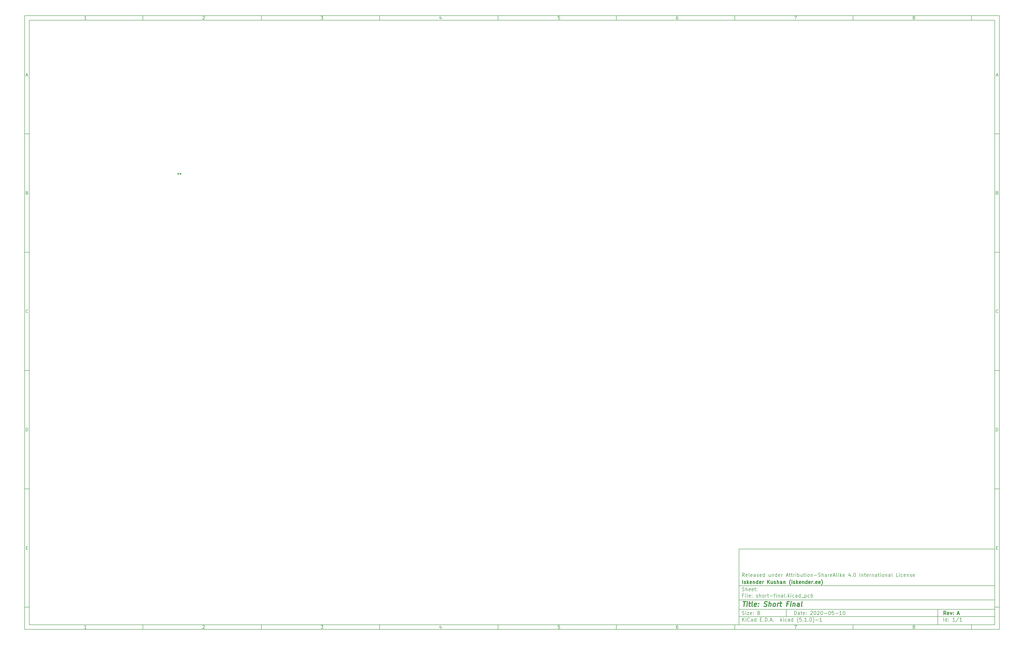
<source format=gbr>
G04 #@! TF.GenerationSoftware,KiCad,Pcbnew,(5.1.0)-1*
G04 #@! TF.CreationDate,2020-05-10T15:52:09-07:00*
G04 #@! TF.ProjectId,short-final,73686f72-742d-4666-996e-616c2e6b6963,A*
G04 #@! TF.SameCoordinates,Original*
G04 #@! TF.FileFunction,Paste,Bot*
G04 #@! TF.FilePolarity,Positive*
%FSLAX46Y46*%
G04 Gerber Fmt 4.6, Leading zero omitted, Abs format (unit mm)*
G04 Created by KiCad (PCBNEW (5.1.0)-1) date 2020-05-10 15:52:09*
%MOMM*%
%LPD*%
G04 APERTURE LIST*
%ADD10C,0.100000*%
%ADD11C,0.150000*%
%ADD12C,0.300000*%
%ADD13C,0.400000*%
%ADD14C,0.590000*%
G04 APERTURE END LIST*
D10*
D11*
X311800000Y-235400000D02*
X311800000Y-267400000D01*
X419800000Y-267400000D01*
X419800000Y-235400000D01*
X311800000Y-235400000D01*
D10*
D11*
X10000000Y-10000000D02*
X10000000Y-269400000D01*
X421800000Y-269400000D01*
X421800000Y-10000000D01*
X10000000Y-10000000D01*
D10*
D11*
X12000000Y-12000000D02*
X12000000Y-267400000D01*
X419800000Y-267400000D01*
X419800000Y-12000000D01*
X12000000Y-12000000D01*
D10*
D11*
X60000000Y-12000000D02*
X60000000Y-10000000D01*
D10*
D11*
X110000000Y-12000000D02*
X110000000Y-10000000D01*
D10*
D11*
X160000000Y-12000000D02*
X160000000Y-10000000D01*
D10*
D11*
X210000000Y-12000000D02*
X210000000Y-10000000D01*
D10*
D11*
X260000000Y-12000000D02*
X260000000Y-10000000D01*
D10*
D11*
X310000000Y-12000000D02*
X310000000Y-10000000D01*
D10*
D11*
X360000000Y-12000000D02*
X360000000Y-10000000D01*
D10*
D11*
X410000000Y-12000000D02*
X410000000Y-10000000D01*
D10*
D11*
X36065476Y-11588095D02*
X35322619Y-11588095D01*
X35694047Y-11588095D02*
X35694047Y-10288095D01*
X35570238Y-10473809D01*
X35446428Y-10597619D01*
X35322619Y-10659523D01*
D10*
D11*
X85322619Y-10411904D02*
X85384523Y-10350000D01*
X85508333Y-10288095D01*
X85817857Y-10288095D01*
X85941666Y-10350000D01*
X86003571Y-10411904D01*
X86065476Y-10535714D01*
X86065476Y-10659523D01*
X86003571Y-10845238D01*
X85260714Y-11588095D01*
X86065476Y-11588095D01*
D10*
D11*
X135260714Y-10288095D02*
X136065476Y-10288095D01*
X135632142Y-10783333D01*
X135817857Y-10783333D01*
X135941666Y-10845238D01*
X136003571Y-10907142D01*
X136065476Y-11030952D01*
X136065476Y-11340476D01*
X136003571Y-11464285D01*
X135941666Y-11526190D01*
X135817857Y-11588095D01*
X135446428Y-11588095D01*
X135322619Y-11526190D01*
X135260714Y-11464285D01*
D10*
D11*
X185941666Y-10721428D02*
X185941666Y-11588095D01*
X185632142Y-10226190D02*
X185322619Y-11154761D01*
X186127380Y-11154761D01*
D10*
D11*
X236003571Y-10288095D02*
X235384523Y-10288095D01*
X235322619Y-10907142D01*
X235384523Y-10845238D01*
X235508333Y-10783333D01*
X235817857Y-10783333D01*
X235941666Y-10845238D01*
X236003571Y-10907142D01*
X236065476Y-11030952D01*
X236065476Y-11340476D01*
X236003571Y-11464285D01*
X235941666Y-11526190D01*
X235817857Y-11588095D01*
X235508333Y-11588095D01*
X235384523Y-11526190D01*
X235322619Y-11464285D01*
D10*
D11*
X285941666Y-10288095D02*
X285694047Y-10288095D01*
X285570238Y-10350000D01*
X285508333Y-10411904D01*
X285384523Y-10597619D01*
X285322619Y-10845238D01*
X285322619Y-11340476D01*
X285384523Y-11464285D01*
X285446428Y-11526190D01*
X285570238Y-11588095D01*
X285817857Y-11588095D01*
X285941666Y-11526190D01*
X286003571Y-11464285D01*
X286065476Y-11340476D01*
X286065476Y-11030952D01*
X286003571Y-10907142D01*
X285941666Y-10845238D01*
X285817857Y-10783333D01*
X285570238Y-10783333D01*
X285446428Y-10845238D01*
X285384523Y-10907142D01*
X285322619Y-11030952D01*
D10*
D11*
X335260714Y-10288095D02*
X336127380Y-10288095D01*
X335570238Y-11588095D01*
D10*
D11*
X385570238Y-10845238D02*
X385446428Y-10783333D01*
X385384523Y-10721428D01*
X385322619Y-10597619D01*
X385322619Y-10535714D01*
X385384523Y-10411904D01*
X385446428Y-10350000D01*
X385570238Y-10288095D01*
X385817857Y-10288095D01*
X385941666Y-10350000D01*
X386003571Y-10411904D01*
X386065476Y-10535714D01*
X386065476Y-10597619D01*
X386003571Y-10721428D01*
X385941666Y-10783333D01*
X385817857Y-10845238D01*
X385570238Y-10845238D01*
X385446428Y-10907142D01*
X385384523Y-10969047D01*
X385322619Y-11092857D01*
X385322619Y-11340476D01*
X385384523Y-11464285D01*
X385446428Y-11526190D01*
X385570238Y-11588095D01*
X385817857Y-11588095D01*
X385941666Y-11526190D01*
X386003571Y-11464285D01*
X386065476Y-11340476D01*
X386065476Y-11092857D01*
X386003571Y-10969047D01*
X385941666Y-10907142D01*
X385817857Y-10845238D01*
D10*
D11*
X60000000Y-267400000D02*
X60000000Y-269400000D01*
D10*
D11*
X110000000Y-267400000D02*
X110000000Y-269400000D01*
D10*
D11*
X160000000Y-267400000D02*
X160000000Y-269400000D01*
D10*
D11*
X210000000Y-267400000D02*
X210000000Y-269400000D01*
D10*
D11*
X260000000Y-267400000D02*
X260000000Y-269400000D01*
D10*
D11*
X310000000Y-267400000D02*
X310000000Y-269400000D01*
D10*
D11*
X360000000Y-267400000D02*
X360000000Y-269400000D01*
D10*
D11*
X410000000Y-267400000D02*
X410000000Y-269400000D01*
D10*
D11*
X36065476Y-268988095D02*
X35322619Y-268988095D01*
X35694047Y-268988095D02*
X35694047Y-267688095D01*
X35570238Y-267873809D01*
X35446428Y-267997619D01*
X35322619Y-268059523D01*
D10*
D11*
X85322619Y-267811904D02*
X85384523Y-267750000D01*
X85508333Y-267688095D01*
X85817857Y-267688095D01*
X85941666Y-267750000D01*
X86003571Y-267811904D01*
X86065476Y-267935714D01*
X86065476Y-268059523D01*
X86003571Y-268245238D01*
X85260714Y-268988095D01*
X86065476Y-268988095D01*
D10*
D11*
X135260714Y-267688095D02*
X136065476Y-267688095D01*
X135632142Y-268183333D01*
X135817857Y-268183333D01*
X135941666Y-268245238D01*
X136003571Y-268307142D01*
X136065476Y-268430952D01*
X136065476Y-268740476D01*
X136003571Y-268864285D01*
X135941666Y-268926190D01*
X135817857Y-268988095D01*
X135446428Y-268988095D01*
X135322619Y-268926190D01*
X135260714Y-268864285D01*
D10*
D11*
X185941666Y-268121428D02*
X185941666Y-268988095D01*
X185632142Y-267626190D02*
X185322619Y-268554761D01*
X186127380Y-268554761D01*
D10*
D11*
X236003571Y-267688095D02*
X235384523Y-267688095D01*
X235322619Y-268307142D01*
X235384523Y-268245238D01*
X235508333Y-268183333D01*
X235817857Y-268183333D01*
X235941666Y-268245238D01*
X236003571Y-268307142D01*
X236065476Y-268430952D01*
X236065476Y-268740476D01*
X236003571Y-268864285D01*
X235941666Y-268926190D01*
X235817857Y-268988095D01*
X235508333Y-268988095D01*
X235384523Y-268926190D01*
X235322619Y-268864285D01*
D10*
D11*
X285941666Y-267688095D02*
X285694047Y-267688095D01*
X285570238Y-267750000D01*
X285508333Y-267811904D01*
X285384523Y-267997619D01*
X285322619Y-268245238D01*
X285322619Y-268740476D01*
X285384523Y-268864285D01*
X285446428Y-268926190D01*
X285570238Y-268988095D01*
X285817857Y-268988095D01*
X285941666Y-268926190D01*
X286003571Y-268864285D01*
X286065476Y-268740476D01*
X286065476Y-268430952D01*
X286003571Y-268307142D01*
X285941666Y-268245238D01*
X285817857Y-268183333D01*
X285570238Y-268183333D01*
X285446428Y-268245238D01*
X285384523Y-268307142D01*
X285322619Y-268430952D01*
D10*
D11*
X335260714Y-267688095D02*
X336127380Y-267688095D01*
X335570238Y-268988095D01*
D10*
D11*
X385570238Y-268245238D02*
X385446428Y-268183333D01*
X385384523Y-268121428D01*
X385322619Y-267997619D01*
X385322619Y-267935714D01*
X385384523Y-267811904D01*
X385446428Y-267750000D01*
X385570238Y-267688095D01*
X385817857Y-267688095D01*
X385941666Y-267750000D01*
X386003571Y-267811904D01*
X386065476Y-267935714D01*
X386065476Y-267997619D01*
X386003571Y-268121428D01*
X385941666Y-268183333D01*
X385817857Y-268245238D01*
X385570238Y-268245238D01*
X385446428Y-268307142D01*
X385384523Y-268369047D01*
X385322619Y-268492857D01*
X385322619Y-268740476D01*
X385384523Y-268864285D01*
X385446428Y-268926190D01*
X385570238Y-268988095D01*
X385817857Y-268988095D01*
X385941666Y-268926190D01*
X386003571Y-268864285D01*
X386065476Y-268740476D01*
X386065476Y-268492857D01*
X386003571Y-268369047D01*
X385941666Y-268307142D01*
X385817857Y-268245238D01*
D10*
D11*
X10000000Y-60000000D02*
X12000000Y-60000000D01*
D10*
D11*
X10000000Y-110000000D02*
X12000000Y-110000000D01*
D10*
D11*
X10000000Y-160000000D02*
X12000000Y-160000000D01*
D10*
D11*
X10000000Y-210000000D02*
X12000000Y-210000000D01*
D10*
D11*
X10000000Y-260000000D02*
X12000000Y-260000000D01*
D10*
D11*
X10690476Y-35216666D02*
X11309523Y-35216666D01*
X10566666Y-35588095D02*
X11000000Y-34288095D01*
X11433333Y-35588095D01*
D10*
D11*
X11092857Y-84907142D02*
X11278571Y-84969047D01*
X11340476Y-85030952D01*
X11402380Y-85154761D01*
X11402380Y-85340476D01*
X11340476Y-85464285D01*
X11278571Y-85526190D01*
X11154761Y-85588095D01*
X10659523Y-85588095D01*
X10659523Y-84288095D01*
X11092857Y-84288095D01*
X11216666Y-84350000D01*
X11278571Y-84411904D01*
X11340476Y-84535714D01*
X11340476Y-84659523D01*
X11278571Y-84783333D01*
X11216666Y-84845238D01*
X11092857Y-84907142D01*
X10659523Y-84907142D01*
D10*
D11*
X11402380Y-135464285D02*
X11340476Y-135526190D01*
X11154761Y-135588095D01*
X11030952Y-135588095D01*
X10845238Y-135526190D01*
X10721428Y-135402380D01*
X10659523Y-135278571D01*
X10597619Y-135030952D01*
X10597619Y-134845238D01*
X10659523Y-134597619D01*
X10721428Y-134473809D01*
X10845238Y-134350000D01*
X11030952Y-134288095D01*
X11154761Y-134288095D01*
X11340476Y-134350000D01*
X11402380Y-134411904D01*
D10*
D11*
X10659523Y-185588095D02*
X10659523Y-184288095D01*
X10969047Y-184288095D01*
X11154761Y-184350000D01*
X11278571Y-184473809D01*
X11340476Y-184597619D01*
X11402380Y-184845238D01*
X11402380Y-185030952D01*
X11340476Y-185278571D01*
X11278571Y-185402380D01*
X11154761Y-185526190D01*
X10969047Y-185588095D01*
X10659523Y-185588095D01*
D10*
D11*
X10721428Y-234907142D02*
X11154761Y-234907142D01*
X11340476Y-235588095D02*
X10721428Y-235588095D01*
X10721428Y-234288095D01*
X11340476Y-234288095D01*
D10*
D11*
X421800000Y-60000000D02*
X419800000Y-60000000D01*
D10*
D11*
X421800000Y-110000000D02*
X419800000Y-110000000D01*
D10*
D11*
X421800000Y-160000000D02*
X419800000Y-160000000D01*
D10*
D11*
X421800000Y-210000000D02*
X419800000Y-210000000D01*
D10*
D11*
X421800000Y-260000000D02*
X419800000Y-260000000D01*
D10*
D11*
X420490476Y-35216666D02*
X421109523Y-35216666D01*
X420366666Y-35588095D02*
X420800000Y-34288095D01*
X421233333Y-35588095D01*
D10*
D11*
X420892857Y-84907142D02*
X421078571Y-84969047D01*
X421140476Y-85030952D01*
X421202380Y-85154761D01*
X421202380Y-85340476D01*
X421140476Y-85464285D01*
X421078571Y-85526190D01*
X420954761Y-85588095D01*
X420459523Y-85588095D01*
X420459523Y-84288095D01*
X420892857Y-84288095D01*
X421016666Y-84350000D01*
X421078571Y-84411904D01*
X421140476Y-84535714D01*
X421140476Y-84659523D01*
X421078571Y-84783333D01*
X421016666Y-84845238D01*
X420892857Y-84907142D01*
X420459523Y-84907142D01*
D10*
D11*
X421202380Y-135464285D02*
X421140476Y-135526190D01*
X420954761Y-135588095D01*
X420830952Y-135588095D01*
X420645238Y-135526190D01*
X420521428Y-135402380D01*
X420459523Y-135278571D01*
X420397619Y-135030952D01*
X420397619Y-134845238D01*
X420459523Y-134597619D01*
X420521428Y-134473809D01*
X420645238Y-134350000D01*
X420830952Y-134288095D01*
X420954761Y-134288095D01*
X421140476Y-134350000D01*
X421202380Y-134411904D01*
D10*
D11*
X420459523Y-185588095D02*
X420459523Y-184288095D01*
X420769047Y-184288095D01*
X420954761Y-184350000D01*
X421078571Y-184473809D01*
X421140476Y-184597619D01*
X421202380Y-184845238D01*
X421202380Y-185030952D01*
X421140476Y-185278571D01*
X421078571Y-185402380D01*
X420954761Y-185526190D01*
X420769047Y-185588095D01*
X420459523Y-185588095D01*
D10*
D11*
X420521428Y-234907142D02*
X420954761Y-234907142D01*
X421140476Y-235588095D02*
X420521428Y-235588095D01*
X420521428Y-234288095D01*
X421140476Y-234288095D01*
D10*
D11*
X335232142Y-263178571D02*
X335232142Y-261678571D01*
X335589285Y-261678571D01*
X335803571Y-261750000D01*
X335946428Y-261892857D01*
X336017857Y-262035714D01*
X336089285Y-262321428D01*
X336089285Y-262535714D01*
X336017857Y-262821428D01*
X335946428Y-262964285D01*
X335803571Y-263107142D01*
X335589285Y-263178571D01*
X335232142Y-263178571D01*
X337375000Y-263178571D02*
X337375000Y-262392857D01*
X337303571Y-262250000D01*
X337160714Y-262178571D01*
X336875000Y-262178571D01*
X336732142Y-262250000D01*
X337375000Y-263107142D02*
X337232142Y-263178571D01*
X336875000Y-263178571D01*
X336732142Y-263107142D01*
X336660714Y-262964285D01*
X336660714Y-262821428D01*
X336732142Y-262678571D01*
X336875000Y-262607142D01*
X337232142Y-262607142D01*
X337375000Y-262535714D01*
X337875000Y-262178571D02*
X338446428Y-262178571D01*
X338089285Y-261678571D02*
X338089285Y-262964285D01*
X338160714Y-263107142D01*
X338303571Y-263178571D01*
X338446428Y-263178571D01*
X339517857Y-263107142D02*
X339375000Y-263178571D01*
X339089285Y-263178571D01*
X338946428Y-263107142D01*
X338875000Y-262964285D01*
X338875000Y-262392857D01*
X338946428Y-262250000D01*
X339089285Y-262178571D01*
X339375000Y-262178571D01*
X339517857Y-262250000D01*
X339589285Y-262392857D01*
X339589285Y-262535714D01*
X338875000Y-262678571D01*
X340232142Y-263035714D02*
X340303571Y-263107142D01*
X340232142Y-263178571D01*
X340160714Y-263107142D01*
X340232142Y-263035714D01*
X340232142Y-263178571D01*
X340232142Y-262250000D02*
X340303571Y-262321428D01*
X340232142Y-262392857D01*
X340160714Y-262321428D01*
X340232142Y-262250000D01*
X340232142Y-262392857D01*
X342017857Y-261821428D02*
X342089285Y-261750000D01*
X342232142Y-261678571D01*
X342589285Y-261678571D01*
X342732142Y-261750000D01*
X342803571Y-261821428D01*
X342875000Y-261964285D01*
X342875000Y-262107142D01*
X342803571Y-262321428D01*
X341946428Y-263178571D01*
X342875000Y-263178571D01*
X343803571Y-261678571D02*
X343946428Y-261678571D01*
X344089285Y-261750000D01*
X344160714Y-261821428D01*
X344232142Y-261964285D01*
X344303571Y-262250000D01*
X344303571Y-262607142D01*
X344232142Y-262892857D01*
X344160714Y-263035714D01*
X344089285Y-263107142D01*
X343946428Y-263178571D01*
X343803571Y-263178571D01*
X343660714Y-263107142D01*
X343589285Y-263035714D01*
X343517857Y-262892857D01*
X343446428Y-262607142D01*
X343446428Y-262250000D01*
X343517857Y-261964285D01*
X343589285Y-261821428D01*
X343660714Y-261750000D01*
X343803571Y-261678571D01*
X344875000Y-261821428D02*
X344946428Y-261750000D01*
X345089285Y-261678571D01*
X345446428Y-261678571D01*
X345589285Y-261750000D01*
X345660714Y-261821428D01*
X345732142Y-261964285D01*
X345732142Y-262107142D01*
X345660714Y-262321428D01*
X344803571Y-263178571D01*
X345732142Y-263178571D01*
X346660714Y-261678571D02*
X346803571Y-261678571D01*
X346946428Y-261750000D01*
X347017857Y-261821428D01*
X347089285Y-261964285D01*
X347160714Y-262250000D01*
X347160714Y-262607142D01*
X347089285Y-262892857D01*
X347017857Y-263035714D01*
X346946428Y-263107142D01*
X346803571Y-263178571D01*
X346660714Y-263178571D01*
X346517857Y-263107142D01*
X346446428Y-263035714D01*
X346375000Y-262892857D01*
X346303571Y-262607142D01*
X346303571Y-262250000D01*
X346375000Y-261964285D01*
X346446428Y-261821428D01*
X346517857Y-261750000D01*
X346660714Y-261678571D01*
X347803571Y-262607142D02*
X348946428Y-262607142D01*
X349946428Y-261678571D02*
X350089285Y-261678571D01*
X350232142Y-261750000D01*
X350303571Y-261821428D01*
X350375000Y-261964285D01*
X350446428Y-262250000D01*
X350446428Y-262607142D01*
X350375000Y-262892857D01*
X350303571Y-263035714D01*
X350232142Y-263107142D01*
X350089285Y-263178571D01*
X349946428Y-263178571D01*
X349803571Y-263107142D01*
X349732142Y-263035714D01*
X349660714Y-262892857D01*
X349589285Y-262607142D01*
X349589285Y-262250000D01*
X349660714Y-261964285D01*
X349732142Y-261821428D01*
X349803571Y-261750000D01*
X349946428Y-261678571D01*
X351803571Y-261678571D02*
X351089285Y-261678571D01*
X351017857Y-262392857D01*
X351089285Y-262321428D01*
X351232142Y-262250000D01*
X351589285Y-262250000D01*
X351732142Y-262321428D01*
X351803571Y-262392857D01*
X351875000Y-262535714D01*
X351875000Y-262892857D01*
X351803571Y-263035714D01*
X351732142Y-263107142D01*
X351589285Y-263178571D01*
X351232142Y-263178571D01*
X351089285Y-263107142D01*
X351017857Y-263035714D01*
X352517857Y-262607142D02*
X353660714Y-262607142D01*
X355160714Y-263178571D02*
X354303571Y-263178571D01*
X354732142Y-263178571D02*
X354732142Y-261678571D01*
X354589285Y-261892857D01*
X354446428Y-262035714D01*
X354303571Y-262107142D01*
X356089285Y-261678571D02*
X356232142Y-261678571D01*
X356375000Y-261750000D01*
X356446428Y-261821428D01*
X356517857Y-261964285D01*
X356589285Y-262250000D01*
X356589285Y-262607142D01*
X356517857Y-262892857D01*
X356446428Y-263035714D01*
X356375000Y-263107142D01*
X356232142Y-263178571D01*
X356089285Y-263178571D01*
X355946428Y-263107142D01*
X355875000Y-263035714D01*
X355803571Y-262892857D01*
X355732142Y-262607142D01*
X355732142Y-262250000D01*
X355803571Y-261964285D01*
X355875000Y-261821428D01*
X355946428Y-261750000D01*
X356089285Y-261678571D01*
D10*
D11*
X311800000Y-263900000D02*
X419800000Y-263900000D01*
D10*
D11*
X313232142Y-265978571D02*
X313232142Y-264478571D01*
X314089285Y-265978571D02*
X313446428Y-265121428D01*
X314089285Y-264478571D02*
X313232142Y-265335714D01*
X314732142Y-265978571D02*
X314732142Y-264978571D01*
X314732142Y-264478571D02*
X314660714Y-264550000D01*
X314732142Y-264621428D01*
X314803571Y-264550000D01*
X314732142Y-264478571D01*
X314732142Y-264621428D01*
X316303571Y-265835714D02*
X316232142Y-265907142D01*
X316017857Y-265978571D01*
X315875000Y-265978571D01*
X315660714Y-265907142D01*
X315517857Y-265764285D01*
X315446428Y-265621428D01*
X315375000Y-265335714D01*
X315375000Y-265121428D01*
X315446428Y-264835714D01*
X315517857Y-264692857D01*
X315660714Y-264550000D01*
X315875000Y-264478571D01*
X316017857Y-264478571D01*
X316232142Y-264550000D01*
X316303571Y-264621428D01*
X317589285Y-265978571D02*
X317589285Y-265192857D01*
X317517857Y-265050000D01*
X317375000Y-264978571D01*
X317089285Y-264978571D01*
X316946428Y-265050000D01*
X317589285Y-265907142D02*
X317446428Y-265978571D01*
X317089285Y-265978571D01*
X316946428Y-265907142D01*
X316875000Y-265764285D01*
X316875000Y-265621428D01*
X316946428Y-265478571D01*
X317089285Y-265407142D01*
X317446428Y-265407142D01*
X317589285Y-265335714D01*
X318946428Y-265978571D02*
X318946428Y-264478571D01*
X318946428Y-265907142D02*
X318803571Y-265978571D01*
X318517857Y-265978571D01*
X318375000Y-265907142D01*
X318303571Y-265835714D01*
X318232142Y-265692857D01*
X318232142Y-265264285D01*
X318303571Y-265121428D01*
X318375000Y-265050000D01*
X318517857Y-264978571D01*
X318803571Y-264978571D01*
X318946428Y-265050000D01*
X320803571Y-265192857D02*
X321303571Y-265192857D01*
X321517857Y-265978571D02*
X320803571Y-265978571D01*
X320803571Y-264478571D01*
X321517857Y-264478571D01*
X322160714Y-265835714D02*
X322232142Y-265907142D01*
X322160714Y-265978571D01*
X322089285Y-265907142D01*
X322160714Y-265835714D01*
X322160714Y-265978571D01*
X322875000Y-265978571D02*
X322875000Y-264478571D01*
X323232142Y-264478571D01*
X323446428Y-264550000D01*
X323589285Y-264692857D01*
X323660714Y-264835714D01*
X323732142Y-265121428D01*
X323732142Y-265335714D01*
X323660714Y-265621428D01*
X323589285Y-265764285D01*
X323446428Y-265907142D01*
X323232142Y-265978571D01*
X322875000Y-265978571D01*
X324375000Y-265835714D02*
X324446428Y-265907142D01*
X324375000Y-265978571D01*
X324303571Y-265907142D01*
X324375000Y-265835714D01*
X324375000Y-265978571D01*
X325017857Y-265550000D02*
X325732142Y-265550000D01*
X324875000Y-265978571D02*
X325375000Y-264478571D01*
X325875000Y-265978571D01*
X326375000Y-265835714D02*
X326446428Y-265907142D01*
X326375000Y-265978571D01*
X326303571Y-265907142D01*
X326375000Y-265835714D01*
X326375000Y-265978571D01*
X329375000Y-265978571D02*
X329375000Y-264478571D01*
X329517857Y-265407142D02*
X329946428Y-265978571D01*
X329946428Y-264978571D02*
X329375000Y-265550000D01*
X330589285Y-265978571D02*
X330589285Y-264978571D01*
X330589285Y-264478571D02*
X330517857Y-264550000D01*
X330589285Y-264621428D01*
X330660714Y-264550000D01*
X330589285Y-264478571D01*
X330589285Y-264621428D01*
X331946428Y-265907142D02*
X331803571Y-265978571D01*
X331517857Y-265978571D01*
X331375000Y-265907142D01*
X331303571Y-265835714D01*
X331232142Y-265692857D01*
X331232142Y-265264285D01*
X331303571Y-265121428D01*
X331375000Y-265050000D01*
X331517857Y-264978571D01*
X331803571Y-264978571D01*
X331946428Y-265050000D01*
X333232142Y-265978571D02*
X333232142Y-265192857D01*
X333160714Y-265050000D01*
X333017857Y-264978571D01*
X332732142Y-264978571D01*
X332589285Y-265050000D01*
X333232142Y-265907142D02*
X333089285Y-265978571D01*
X332732142Y-265978571D01*
X332589285Y-265907142D01*
X332517857Y-265764285D01*
X332517857Y-265621428D01*
X332589285Y-265478571D01*
X332732142Y-265407142D01*
X333089285Y-265407142D01*
X333232142Y-265335714D01*
X334589285Y-265978571D02*
X334589285Y-264478571D01*
X334589285Y-265907142D02*
X334446428Y-265978571D01*
X334160714Y-265978571D01*
X334017857Y-265907142D01*
X333946428Y-265835714D01*
X333875000Y-265692857D01*
X333875000Y-265264285D01*
X333946428Y-265121428D01*
X334017857Y-265050000D01*
X334160714Y-264978571D01*
X334446428Y-264978571D01*
X334589285Y-265050000D01*
X336875000Y-266550000D02*
X336803571Y-266478571D01*
X336660714Y-266264285D01*
X336589285Y-266121428D01*
X336517857Y-265907142D01*
X336446428Y-265550000D01*
X336446428Y-265264285D01*
X336517857Y-264907142D01*
X336589285Y-264692857D01*
X336660714Y-264550000D01*
X336803571Y-264335714D01*
X336875000Y-264264285D01*
X338160714Y-264478571D02*
X337446428Y-264478571D01*
X337375000Y-265192857D01*
X337446428Y-265121428D01*
X337589285Y-265050000D01*
X337946428Y-265050000D01*
X338089285Y-265121428D01*
X338160714Y-265192857D01*
X338232142Y-265335714D01*
X338232142Y-265692857D01*
X338160714Y-265835714D01*
X338089285Y-265907142D01*
X337946428Y-265978571D01*
X337589285Y-265978571D01*
X337446428Y-265907142D01*
X337375000Y-265835714D01*
X338875000Y-265835714D02*
X338946428Y-265907142D01*
X338875000Y-265978571D01*
X338803571Y-265907142D01*
X338875000Y-265835714D01*
X338875000Y-265978571D01*
X340375000Y-265978571D02*
X339517857Y-265978571D01*
X339946428Y-265978571D02*
X339946428Y-264478571D01*
X339803571Y-264692857D01*
X339660714Y-264835714D01*
X339517857Y-264907142D01*
X341017857Y-265835714D02*
X341089285Y-265907142D01*
X341017857Y-265978571D01*
X340946428Y-265907142D01*
X341017857Y-265835714D01*
X341017857Y-265978571D01*
X342017857Y-264478571D02*
X342160714Y-264478571D01*
X342303571Y-264550000D01*
X342375000Y-264621428D01*
X342446428Y-264764285D01*
X342517857Y-265050000D01*
X342517857Y-265407142D01*
X342446428Y-265692857D01*
X342375000Y-265835714D01*
X342303571Y-265907142D01*
X342160714Y-265978571D01*
X342017857Y-265978571D01*
X341875000Y-265907142D01*
X341803571Y-265835714D01*
X341732142Y-265692857D01*
X341660714Y-265407142D01*
X341660714Y-265050000D01*
X341732142Y-264764285D01*
X341803571Y-264621428D01*
X341875000Y-264550000D01*
X342017857Y-264478571D01*
X343017857Y-266550000D02*
X343089285Y-266478571D01*
X343232142Y-266264285D01*
X343303571Y-266121428D01*
X343375000Y-265907142D01*
X343446428Y-265550000D01*
X343446428Y-265264285D01*
X343375000Y-264907142D01*
X343303571Y-264692857D01*
X343232142Y-264550000D01*
X343089285Y-264335714D01*
X343017857Y-264264285D01*
X344160714Y-265407142D02*
X345303571Y-265407142D01*
X346803571Y-265978571D02*
X345946428Y-265978571D01*
X346375000Y-265978571D02*
X346375000Y-264478571D01*
X346232142Y-264692857D01*
X346089285Y-264835714D01*
X345946428Y-264907142D01*
D10*
D11*
X311800000Y-260900000D02*
X419800000Y-260900000D01*
D10*
D12*
X399209285Y-263178571D02*
X398709285Y-262464285D01*
X398352142Y-263178571D02*
X398352142Y-261678571D01*
X398923571Y-261678571D01*
X399066428Y-261750000D01*
X399137857Y-261821428D01*
X399209285Y-261964285D01*
X399209285Y-262178571D01*
X399137857Y-262321428D01*
X399066428Y-262392857D01*
X398923571Y-262464285D01*
X398352142Y-262464285D01*
X400423571Y-263107142D02*
X400280714Y-263178571D01*
X399995000Y-263178571D01*
X399852142Y-263107142D01*
X399780714Y-262964285D01*
X399780714Y-262392857D01*
X399852142Y-262250000D01*
X399995000Y-262178571D01*
X400280714Y-262178571D01*
X400423571Y-262250000D01*
X400495000Y-262392857D01*
X400495000Y-262535714D01*
X399780714Y-262678571D01*
X400995000Y-262178571D02*
X401352142Y-263178571D01*
X401709285Y-262178571D01*
X402280714Y-263035714D02*
X402352142Y-263107142D01*
X402280714Y-263178571D01*
X402209285Y-263107142D01*
X402280714Y-263035714D01*
X402280714Y-263178571D01*
X402280714Y-262250000D02*
X402352142Y-262321428D01*
X402280714Y-262392857D01*
X402209285Y-262321428D01*
X402280714Y-262250000D01*
X402280714Y-262392857D01*
X404066428Y-262750000D02*
X404780714Y-262750000D01*
X403923571Y-263178571D02*
X404423571Y-261678571D01*
X404923571Y-263178571D01*
D10*
D11*
X313160714Y-263107142D02*
X313375000Y-263178571D01*
X313732142Y-263178571D01*
X313875000Y-263107142D01*
X313946428Y-263035714D01*
X314017857Y-262892857D01*
X314017857Y-262750000D01*
X313946428Y-262607142D01*
X313875000Y-262535714D01*
X313732142Y-262464285D01*
X313446428Y-262392857D01*
X313303571Y-262321428D01*
X313232142Y-262250000D01*
X313160714Y-262107142D01*
X313160714Y-261964285D01*
X313232142Y-261821428D01*
X313303571Y-261750000D01*
X313446428Y-261678571D01*
X313803571Y-261678571D01*
X314017857Y-261750000D01*
X314660714Y-263178571D02*
X314660714Y-262178571D01*
X314660714Y-261678571D02*
X314589285Y-261750000D01*
X314660714Y-261821428D01*
X314732142Y-261750000D01*
X314660714Y-261678571D01*
X314660714Y-261821428D01*
X315232142Y-262178571D02*
X316017857Y-262178571D01*
X315232142Y-263178571D01*
X316017857Y-263178571D01*
X317160714Y-263107142D02*
X317017857Y-263178571D01*
X316732142Y-263178571D01*
X316589285Y-263107142D01*
X316517857Y-262964285D01*
X316517857Y-262392857D01*
X316589285Y-262250000D01*
X316732142Y-262178571D01*
X317017857Y-262178571D01*
X317160714Y-262250000D01*
X317232142Y-262392857D01*
X317232142Y-262535714D01*
X316517857Y-262678571D01*
X317875000Y-263035714D02*
X317946428Y-263107142D01*
X317875000Y-263178571D01*
X317803571Y-263107142D01*
X317875000Y-263035714D01*
X317875000Y-263178571D01*
X317875000Y-262250000D02*
X317946428Y-262321428D01*
X317875000Y-262392857D01*
X317803571Y-262321428D01*
X317875000Y-262250000D01*
X317875000Y-262392857D01*
X320232142Y-262392857D02*
X320446428Y-262464285D01*
X320517857Y-262535714D01*
X320589285Y-262678571D01*
X320589285Y-262892857D01*
X320517857Y-263035714D01*
X320446428Y-263107142D01*
X320303571Y-263178571D01*
X319732142Y-263178571D01*
X319732142Y-261678571D01*
X320232142Y-261678571D01*
X320375000Y-261750000D01*
X320446428Y-261821428D01*
X320517857Y-261964285D01*
X320517857Y-262107142D01*
X320446428Y-262250000D01*
X320375000Y-262321428D01*
X320232142Y-262392857D01*
X319732142Y-262392857D01*
D10*
D11*
X398232142Y-265978571D02*
X398232142Y-264478571D01*
X399589285Y-265978571D02*
X399589285Y-264478571D01*
X399589285Y-265907142D02*
X399446428Y-265978571D01*
X399160714Y-265978571D01*
X399017857Y-265907142D01*
X398946428Y-265835714D01*
X398875000Y-265692857D01*
X398875000Y-265264285D01*
X398946428Y-265121428D01*
X399017857Y-265050000D01*
X399160714Y-264978571D01*
X399446428Y-264978571D01*
X399589285Y-265050000D01*
X400303571Y-265835714D02*
X400375000Y-265907142D01*
X400303571Y-265978571D01*
X400232142Y-265907142D01*
X400303571Y-265835714D01*
X400303571Y-265978571D01*
X400303571Y-265050000D02*
X400375000Y-265121428D01*
X400303571Y-265192857D01*
X400232142Y-265121428D01*
X400303571Y-265050000D01*
X400303571Y-265192857D01*
X402946428Y-265978571D02*
X402089285Y-265978571D01*
X402517857Y-265978571D02*
X402517857Y-264478571D01*
X402375000Y-264692857D01*
X402232142Y-264835714D01*
X402089285Y-264907142D01*
X404660714Y-264407142D02*
X403375000Y-266335714D01*
X405946428Y-265978571D02*
X405089285Y-265978571D01*
X405517857Y-265978571D02*
X405517857Y-264478571D01*
X405375000Y-264692857D01*
X405232142Y-264835714D01*
X405089285Y-264907142D01*
D10*
D11*
X311800000Y-256900000D02*
X419800000Y-256900000D01*
D10*
D13*
X313512380Y-257604761D02*
X314655238Y-257604761D01*
X313833809Y-259604761D02*
X314083809Y-257604761D01*
X315071904Y-259604761D02*
X315238571Y-258271428D01*
X315321904Y-257604761D02*
X315214761Y-257700000D01*
X315298095Y-257795238D01*
X315405238Y-257700000D01*
X315321904Y-257604761D01*
X315298095Y-257795238D01*
X315905238Y-258271428D02*
X316667142Y-258271428D01*
X316274285Y-257604761D02*
X316060000Y-259319047D01*
X316131428Y-259509523D01*
X316310000Y-259604761D01*
X316500476Y-259604761D01*
X317452857Y-259604761D02*
X317274285Y-259509523D01*
X317202857Y-259319047D01*
X317417142Y-257604761D01*
X318988571Y-259509523D02*
X318786190Y-259604761D01*
X318405238Y-259604761D01*
X318226666Y-259509523D01*
X318155238Y-259319047D01*
X318250476Y-258557142D01*
X318369523Y-258366666D01*
X318571904Y-258271428D01*
X318952857Y-258271428D01*
X319131428Y-258366666D01*
X319202857Y-258557142D01*
X319179047Y-258747619D01*
X318202857Y-258938095D01*
X319952857Y-259414285D02*
X320036190Y-259509523D01*
X319929047Y-259604761D01*
X319845714Y-259509523D01*
X319952857Y-259414285D01*
X319929047Y-259604761D01*
X320083809Y-258366666D02*
X320167142Y-258461904D01*
X320060000Y-258557142D01*
X319976666Y-258461904D01*
X320083809Y-258366666D01*
X320060000Y-258557142D01*
X322321904Y-259509523D02*
X322595714Y-259604761D01*
X323071904Y-259604761D01*
X323274285Y-259509523D01*
X323381428Y-259414285D01*
X323500476Y-259223809D01*
X323524285Y-259033333D01*
X323452857Y-258842857D01*
X323369523Y-258747619D01*
X323190952Y-258652380D01*
X322821904Y-258557142D01*
X322643333Y-258461904D01*
X322560000Y-258366666D01*
X322488571Y-258176190D01*
X322512380Y-257985714D01*
X322631428Y-257795238D01*
X322738571Y-257700000D01*
X322940952Y-257604761D01*
X323417142Y-257604761D01*
X323690952Y-257700000D01*
X324310000Y-259604761D02*
X324560000Y-257604761D01*
X325167142Y-259604761D02*
X325298095Y-258557142D01*
X325226666Y-258366666D01*
X325048095Y-258271428D01*
X324762380Y-258271428D01*
X324560000Y-258366666D01*
X324452857Y-258461904D01*
X326405238Y-259604761D02*
X326226666Y-259509523D01*
X326143333Y-259414285D01*
X326071904Y-259223809D01*
X326143333Y-258652380D01*
X326262380Y-258461904D01*
X326369523Y-258366666D01*
X326571904Y-258271428D01*
X326857619Y-258271428D01*
X327036190Y-258366666D01*
X327119523Y-258461904D01*
X327190952Y-258652380D01*
X327119523Y-259223809D01*
X327000476Y-259414285D01*
X326893333Y-259509523D01*
X326690952Y-259604761D01*
X326405238Y-259604761D01*
X327929047Y-259604761D02*
X328095714Y-258271428D01*
X328048095Y-258652380D02*
X328167142Y-258461904D01*
X328274285Y-258366666D01*
X328476666Y-258271428D01*
X328667142Y-258271428D01*
X329048095Y-258271428D02*
X329810000Y-258271428D01*
X329417142Y-257604761D02*
X329202857Y-259319047D01*
X329274285Y-259509523D01*
X329452857Y-259604761D01*
X329643333Y-259604761D01*
X332631428Y-258557142D02*
X331964761Y-258557142D01*
X331833809Y-259604761D02*
X332083809Y-257604761D01*
X333036190Y-257604761D01*
X333548095Y-259604761D02*
X333714761Y-258271428D01*
X333798095Y-257604761D02*
X333690952Y-257700000D01*
X333774285Y-257795238D01*
X333881428Y-257700000D01*
X333798095Y-257604761D01*
X333774285Y-257795238D01*
X334667142Y-258271428D02*
X334500476Y-259604761D01*
X334643333Y-258461904D02*
X334750476Y-258366666D01*
X334952857Y-258271428D01*
X335238571Y-258271428D01*
X335417142Y-258366666D01*
X335488571Y-258557142D01*
X335357619Y-259604761D01*
X337167142Y-259604761D02*
X337298095Y-258557142D01*
X337226666Y-258366666D01*
X337048095Y-258271428D01*
X336667142Y-258271428D01*
X336464761Y-258366666D01*
X337179047Y-259509523D02*
X336976666Y-259604761D01*
X336500476Y-259604761D01*
X336321904Y-259509523D01*
X336250476Y-259319047D01*
X336274285Y-259128571D01*
X336393333Y-258938095D01*
X336595714Y-258842857D01*
X337071904Y-258842857D01*
X337274285Y-258747619D01*
X338405238Y-259604761D02*
X338226666Y-259509523D01*
X338155238Y-259319047D01*
X338369523Y-257604761D01*
D10*
D11*
X313732142Y-254992857D02*
X313232142Y-254992857D01*
X313232142Y-255778571D02*
X313232142Y-254278571D01*
X313946428Y-254278571D01*
X314517857Y-255778571D02*
X314517857Y-254778571D01*
X314517857Y-254278571D02*
X314446428Y-254350000D01*
X314517857Y-254421428D01*
X314589285Y-254350000D01*
X314517857Y-254278571D01*
X314517857Y-254421428D01*
X315446428Y-255778571D02*
X315303571Y-255707142D01*
X315232142Y-255564285D01*
X315232142Y-254278571D01*
X316589285Y-255707142D02*
X316446428Y-255778571D01*
X316160714Y-255778571D01*
X316017857Y-255707142D01*
X315946428Y-255564285D01*
X315946428Y-254992857D01*
X316017857Y-254850000D01*
X316160714Y-254778571D01*
X316446428Y-254778571D01*
X316589285Y-254850000D01*
X316660714Y-254992857D01*
X316660714Y-255135714D01*
X315946428Y-255278571D01*
X317303571Y-255635714D02*
X317375000Y-255707142D01*
X317303571Y-255778571D01*
X317232142Y-255707142D01*
X317303571Y-255635714D01*
X317303571Y-255778571D01*
X317303571Y-254850000D02*
X317375000Y-254921428D01*
X317303571Y-254992857D01*
X317232142Y-254921428D01*
X317303571Y-254850000D01*
X317303571Y-254992857D01*
X319089285Y-255707142D02*
X319232142Y-255778571D01*
X319517857Y-255778571D01*
X319660714Y-255707142D01*
X319732142Y-255564285D01*
X319732142Y-255492857D01*
X319660714Y-255350000D01*
X319517857Y-255278571D01*
X319303571Y-255278571D01*
X319160714Y-255207142D01*
X319089285Y-255064285D01*
X319089285Y-254992857D01*
X319160714Y-254850000D01*
X319303571Y-254778571D01*
X319517857Y-254778571D01*
X319660714Y-254850000D01*
X320375000Y-255778571D02*
X320375000Y-254278571D01*
X321017857Y-255778571D02*
X321017857Y-254992857D01*
X320946428Y-254850000D01*
X320803571Y-254778571D01*
X320589285Y-254778571D01*
X320446428Y-254850000D01*
X320375000Y-254921428D01*
X321946428Y-255778571D02*
X321803571Y-255707142D01*
X321732142Y-255635714D01*
X321660714Y-255492857D01*
X321660714Y-255064285D01*
X321732142Y-254921428D01*
X321803571Y-254850000D01*
X321946428Y-254778571D01*
X322160714Y-254778571D01*
X322303571Y-254850000D01*
X322375000Y-254921428D01*
X322446428Y-255064285D01*
X322446428Y-255492857D01*
X322375000Y-255635714D01*
X322303571Y-255707142D01*
X322160714Y-255778571D01*
X321946428Y-255778571D01*
X323089285Y-255778571D02*
X323089285Y-254778571D01*
X323089285Y-255064285D02*
X323160714Y-254921428D01*
X323232142Y-254850000D01*
X323375000Y-254778571D01*
X323517857Y-254778571D01*
X323803571Y-254778571D02*
X324375000Y-254778571D01*
X324017857Y-254278571D02*
X324017857Y-255564285D01*
X324089285Y-255707142D01*
X324232142Y-255778571D01*
X324375000Y-255778571D01*
X324875000Y-255207142D02*
X326017857Y-255207142D01*
X326517857Y-254778571D02*
X327089285Y-254778571D01*
X326732142Y-255778571D02*
X326732142Y-254492857D01*
X326803571Y-254350000D01*
X326946428Y-254278571D01*
X327089285Y-254278571D01*
X327589285Y-255778571D02*
X327589285Y-254778571D01*
X327589285Y-254278571D02*
X327517857Y-254350000D01*
X327589285Y-254421428D01*
X327660714Y-254350000D01*
X327589285Y-254278571D01*
X327589285Y-254421428D01*
X328303571Y-254778571D02*
X328303571Y-255778571D01*
X328303571Y-254921428D02*
X328375000Y-254850000D01*
X328517857Y-254778571D01*
X328732142Y-254778571D01*
X328875000Y-254850000D01*
X328946428Y-254992857D01*
X328946428Y-255778571D01*
X330303571Y-255778571D02*
X330303571Y-254992857D01*
X330232142Y-254850000D01*
X330089285Y-254778571D01*
X329803571Y-254778571D01*
X329660714Y-254850000D01*
X330303571Y-255707142D02*
X330160714Y-255778571D01*
X329803571Y-255778571D01*
X329660714Y-255707142D01*
X329589285Y-255564285D01*
X329589285Y-255421428D01*
X329660714Y-255278571D01*
X329803571Y-255207142D01*
X330160714Y-255207142D01*
X330303571Y-255135714D01*
X331232142Y-255778571D02*
X331089285Y-255707142D01*
X331017857Y-255564285D01*
X331017857Y-254278571D01*
X331803571Y-255635714D02*
X331875000Y-255707142D01*
X331803571Y-255778571D01*
X331732142Y-255707142D01*
X331803571Y-255635714D01*
X331803571Y-255778571D01*
X332517857Y-255778571D02*
X332517857Y-254278571D01*
X332660714Y-255207142D02*
X333089285Y-255778571D01*
X333089285Y-254778571D02*
X332517857Y-255350000D01*
X333732142Y-255778571D02*
X333732142Y-254778571D01*
X333732142Y-254278571D02*
X333660714Y-254350000D01*
X333732142Y-254421428D01*
X333803571Y-254350000D01*
X333732142Y-254278571D01*
X333732142Y-254421428D01*
X335089285Y-255707142D02*
X334946428Y-255778571D01*
X334660714Y-255778571D01*
X334517857Y-255707142D01*
X334446428Y-255635714D01*
X334375000Y-255492857D01*
X334375000Y-255064285D01*
X334446428Y-254921428D01*
X334517857Y-254850000D01*
X334660714Y-254778571D01*
X334946428Y-254778571D01*
X335089285Y-254850000D01*
X336375000Y-255778571D02*
X336375000Y-254992857D01*
X336303571Y-254850000D01*
X336160714Y-254778571D01*
X335875000Y-254778571D01*
X335732142Y-254850000D01*
X336375000Y-255707142D02*
X336232142Y-255778571D01*
X335875000Y-255778571D01*
X335732142Y-255707142D01*
X335660714Y-255564285D01*
X335660714Y-255421428D01*
X335732142Y-255278571D01*
X335875000Y-255207142D01*
X336232142Y-255207142D01*
X336375000Y-255135714D01*
X337732142Y-255778571D02*
X337732142Y-254278571D01*
X337732142Y-255707142D02*
X337589285Y-255778571D01*
X337303571Y-255778571D01*
X337160714Y-255707142D01*
X337089285Y-255635714D01*
X337017857Y-255492857D01*
X337017857Y-255064285D01*
X337089285Y-254921428D01*
X337160714Y-254850000D01*
X337303571Y-254778571D01*
X337589285Y-254778571D01*
X337732142Y-254850000D01*
X338089285Y-255921428D02*
X339232142Y-255921428D01*
X339589285Y-254778571D02*
X339589285Y-256278571D01*
X339589285Y-254850000D02*
X339732142Y-254778571D01*
X340017857Y-254778571D01*
X340160714Y-254850000D01*
X340232142Y-254921428D01*
X340303571Y-255064285D01*
X340303571Y-255492857D01*
X340232142Y-255635714D01*
X340160714Y-255707142D01*
X340017857Y-255778571D01*
X339732142Y-255778571D01*
X339589285Y-255707142D01*
X341589285Y-255707142D02*
X341446428Y-255778571D01*
X341160714Y-255778571D01*
X341017857Y-255707142D01*
X340946428Y-255635714D01*
X340875000Y-255492857D01*
X340875000Y-255064285D01*
X340946428Y-254921428D01*
X341017857Y-254850000D01*
X341160714Y-254778571D01*
X341446428Y-254778571D01*
X341589285Y-254850000D01*
X342232142Y-255778571D02*
X342232142Y-254278571D01*
X342232142Y-254850000D02*
X342375000Y-254778571D01*
X342660714Y-254778571D01*
X342803571Y-254850000D01*
X342875000Y-254921428D01*
X342946428Y-255064285D01*
X342946428Y-255492857D01*
X342875000Y-255635714D01*
X342803571Y-255707142D01*
X342660714Y-255778571D01*
X342375000Y-255778571D01*
X342232142Y-255707142D01*
D10*
D11*
X311800000Y-250900000D02*
X419800000Y-250900000D01*
D10*
D11*
X313160714Y-253007142D02*
X313375000Y-253078571D01*
X313732142Y-253078571D01*
X313875000Y-253007142D01*
X313946428Y-252935714D01*
X314017857Y-252792857D01*
X314017857Y-252650000D01*
X313946428Y-252507142D01*
X313875000Y-252435714D01*
X313732142Y-252364285D01*
X313446428Y-252292857D01*
X313303571Y-252221428D01*
X313232142Y-252150000D01*
X313160714Y-252007142D01*
X313160714Y-251864285D01*
X313232142Y-251721428D01*
X313303571Y-251650000D01*
X313446428Y-251578571D01*
X313803571Y-251578571D01*
X314017857Y-251650000D01*
X314660714Y-253078571D02*
X314660714Y-251578571D01*
X315303571Y-253078571D02*
X315303571Y-252292857D01*
X315232142Y-252150000D01*
X315089285Y-252078571D01*
X314875000Y-252078571D01*
X314732142Y-252150000D01*
X314660714Y-252221428D01*
X316589285Y-253007142D02*
X316446428Y-253078571D01*
X316160714Y-253078571D01*
X316017857Y-253007142D01*
X315946428Y-252864285D01*
X315946428Y-252292857D01*
X316017857Y-252150000D01*
X316160714Y-252078571D01*
X316446428Y-252078571D01*
X316589285Y-252150000D01*
X316660714Y-252292857D01*
X316660714Y-252435714D01*
X315946428Y-252578571D01*
X317875000Y-253007142D02*
X317732142Y-253078571D01*
X317446428Y-253078571D01*
X317303571Y-253007142D01*
X317232142Y-252864285D01*
X317232142Y-252292857D01*
X317303571Y-252150000D01*
X317446428Y-252078571D01*
X317732142Y-252078571D01*
X317875000Y-252150000D01*
X317946428Y-252292857D01*
X317946428Y-252435714D01*
X317232142Y-252578571D01*
X318375000Y-252078571D02*
X318946428Y-252078571D01*
X318589285Y-251578571D02*
X318589285Y-252864285D01*
X318660714Y-253007142D01*
X318803571Y-253078571D01*
X318946428Y-253078571D01*
X319446428Y-252935714D02*
X319517857Y-253007142D01*
X319446428Y-253078571D01*
X319375000Y-253007142D01*
X319446428Y-252935714D01*
X319446428Y-253078571D01*
X319446428Y-252150000D02*
X319517857Y-252221428D01*
X319446428Y-252292857D01*
X319375000Y-252221428D01*
X319446428Y-252150000D01*
X319446428Y-252292857D01*
D10*
D12*
X313352142Y-250078571D02*
X313352142Y-248578571D01*
X313995000Y-250007142D02*
X314137857Y-250078571D01*
X314423571Y-250078571D01*
X314566428Y-250007142D01*
X314637857Y-249864285D01*
X314637857Y-249792857D01*
X314566428Y-249650000D01*
X314423571Y-249578571D01*
X314209285Y-249578571D01*
X314066428Y-249507142D01*
X313995000Y-249364285D01*
X313995000Y-249292857D01*
X314066428Y-249150000D01*
X314209285Y-249078571D01*
X314423571Y-249078571D01*
X314566428Y-249150000D01*
X315280714Y-250078571D02*
X315280714Y-248578571D01*
X315423571Y-249507142D02*
X315852142Y-250078571D01*
X315852142Y-249078571D02*
X315280714Y-249650000D01*
X317066428Y-250007142D02*
X316923571Y-250078571D01*
X316637857Y-250078571D01*
X316495000Y-250007142D01*
X316423571Y-249864285D01*
X316423571Y-249292857D01*
X316495000Y-249150000D01*
X316637857Y-249078571D01*
X316923571Y-249078571D01*
X317066428Y-249150000D01*
X317137857Y-249292857D01*
X317137857Y-249435714D01*
X316423571Y-249578571D01*
X317780714Y-249078571D02*
X317780714Y-250078571D01*
X317780714Y-249221428D02*
X317852142Y-249150000D01*
X317995000Y-249078571D01*
X318209285Y-249078571D01*
X318352142Y-249150000D01*
X318423571Y-249292857D01*
X318423571Y-250078571D01*
X319780714Y-250078571D02*
X319780714Y-248578571D01*
X319780714Y-250007142D02*
X319637857Y-250078571D01*
X319352142Y-250078571D01*
X319209285Y-250007142D01*
X319137857Y-249935714D01*
X319066428Y-249792857D01*
X319066428Y-249364285D01*
X319137857Y-249221428D01*
X319209285Y-249150000D01*
X319352142Y-249078571D01*
X319637857Y-249078571D01*
X319780714Y-249150000D01*
X321066428Y-250007142D02*
X320923571Y-250078571D01*
X320637857Y-250078571D01*
X320495000Y-250007142D01*
X320423571Y-249864285D01*
X320423571Y-249292857D01*
X320495000Y-249150000D01*
X320637857Y-249078571D01*
X320923571Y-249078571D01*
X321066428Y-249150000D01*
X321137857Y-249292857D01*
X321137857Y-249435714D01*
X320423571Y-249578571D01*
X321780714Y-250078571D02*
X321780714Y-249078571D01*
X321780714Y-249364285D02*
X321852142Y-249221428D01*
X321923571Y-249150000D01*
X322066428Y-249078571D01*
X322209285Y-249078571D01*
X323852142Y-250078571D02*
X323852142Y-248578571D01*
X324709285Y-250078571D02*
X324066428Y-249221428D01*
X324709285Y-248578571D02*
X323852142Y-249435714D01*
X325995000Y-249078571D02*
X325995000Y-250078571D01*
X325352142Y-249078571D02*
X325352142Y-249864285D01*
X325423571Y-250007142D01*
X325566428Y-250078571D01*
X325780714Y-250078571D01*
X325923571Y-250007142D01*
X325995000Y-249935714D01*
X326637857Y-250007142D02*
X326780714Y-250078571D01*
X327066428Y-250078571D01*
X327209285Y-250007142D01*
X327280714Y-249864285D01*
X327280714Y-249792857D01*
X327209285Y-249650000D01*
X327066428Y-249578571D01*
X326852142Y-249578571D01*
X326709285Y-249507142D01*
X326637857Y-249364285D01*
X326637857Y-249292857D01*
X326709285Y-249150000D01*
X326852142Y-249078571D01*
X327066428Y-249078571D01*
X327209285Y-249150000D01*
X327923571Y-250078571D02*
X327923571Y-248578571D01*
X328566428Y-250078571D02*
X328566428Y-249292857D01*
X328495000Y-249150000D01*
X328352142Y-249078571D01*
X328137857Y-249078571D01*
X327995000Y-249150000D01*
X327923571Y-249221428D01*
X329923571Y-250078571D02*
X329923571Y-249292857D01*
X329852142Y-249150000D01*
X329709285Y-249078571D01*
X329423571Y-249078571D01*
X329280714Y-249150000D01*
X329923571Y-250007142D02*
X329780714Y-250078571D01*
X329423571Y-250078571D01*
X329280714Y-250007142D01*
X329209285Y-249864285D01*
X329209285Y-249721428D01*
X329280714Y-249578571D01*
X329423571Y-249507142D01*
X329780714Y-249507142D01*
X329923571Y-249435714D01*
X330637857Y-249078571D02*
X330637857Y-250078571D01*
X330637857Y-249221428D02*
X330709285Y-249150000D01*
X330852142Y-249078571D01*
X331066428Y-249078571D01*
X331209285Y-249150000D01*
X331280714Y-249292857D01*
X331280714Y-250078571D01*
X333566428Y-250650000D02*
X333495000Y-250578571D01*
X333352142Y-250364285D01*
X333280714Y-250221428D01*
X333209285Y-250007142D01*
X333137857Y-249650000D01*
X333137857Y-249364285D01*
X333209285Y-249007142D01*
X333280714Y-248792857D01*
X333352142Y-248650000D01*
X333495000Y-248435714D01*
X333566428Y-248364285D01*
X334137857Y-250078571D02*
X334137857Y-249078571D01*
X334137857Y-248578571D02*
X334066428Y-248650000D01*
X334137857Y-248721428D01*
X334209285Y-248650000D01*
X334137857Y-248578571D01*
X334137857Y-248721428D01*
X334780714Y-250007142D02*
X334923571Y-250078571D01*
X335209285Y-250078571D01*
X335352142Y-250007142D01*
X335423571Y-249864285D01*
X335423571Y-249792857D01*
X335352142Y-249650000D01*
X335209285Y-249578571D01*
X334995000Y-249578571D01*
X334852142Y-249507142D01*
X334780714Y-249364285D01*
X334780714Y-249292857D01*
X334852142Y-249150000D01*
X334995000Y-249078571D01*
X335209285Y-249078571D01*
X335352142Y-249150000D01*
X336066428Y-250078571D02*
X336066428Y-248578571D01*
X336209285Y-249507142D02*
X336637857Y-250078571D01*
X336637857Y-249078571D02*
X336066428Y-249650000D01*
X337852142Y-250007142D02*
X337709285Y-250078571D01*
X337423571Y-250078571D01*
X337280714Y-250007142D01*
X337209285Y-249864285D01*
X337209285Y-249292857D01*
X337280714Y-249150000D01*
X337423571Y-249078571D01*
X337709285Y-249078571D01*
X337852142Y-249150000D01*
X337923571Y-249292857D01*
X337923571Y-249435714D01*
X337209285Y-249578571D01*
X338566428Y-249078571D02*
X338566428Y-250078571D01*
X338566428Y-249221428D02*
X338637857Y-249150000D01*
X338780714Y-249078571D01*
X338995000Y-249078571D01*
X339137857Y-249150000D01*
X339209285Y-249292857D01*
X339209285Y-250078571D01*
X340566428Y-250078571D02*
X340566428Y-248578571D01*
X340566428Y-250007142D02*
X340423571Y-250078571D01*
X340137857Y-250078571D01*
X339995000Y-250007142D01*
X339923571Y-249935714D01*
X339852142Y-249792857D01*
X339852142Y-249364285D01*
X339923571Y-249221428D01*
X339995000Y-249150000D01*
X340137857Y-249078571D01*
X340423571Y-249078571D01*
X340566428Y-249150000D01*
X341852142Y-250007142D02*
X341709285Y-250078571D01*
X341423571Y-250078571D01*
X341280714Y-250007142D01*
X341209285Y-249864285D01*
X341209285Y-249292857D01*
X341280714Y-249150000D01*
X341423571Y-249078571D01*
X341709285Y-249078571D01*
X341852142Y-249150000D01*
X341923571Y-249292857D01*
X341923571Y-249435714D01*
X341209285Y-249578571D01*
X342566428Y-250078571D02*
X342566428Y-249078571D01*
X342566428Y-249364285D02*
X342637857Y-249221428D01*
X342709285Y-249150000D01*
X342852142Y-249078571D01*
X342995000Y-249078571D01*
X343495000Y-249935714D02*
X343566428Y-250007142D01*
X343495000Y-250078571D01*
X343423571Y-250007142D01*
X343495000Y-249935714D01*
X343495000Y-250078571D01*
X344780714Y-250007142D02*
X344637857Y-250078571D01*
X344352142Y-250078571D01*
X344209285Y-250007142D01*
X344137857Y-249864285D01*
X344137857Y-249292857D01*
X344209285Y-249150000D01*
X344352142Y-249078571D01*
X344637857Y-249078571D01*
X344780714Y-249150000D01*
X344852142Y-249292857D01*
X344852142Y-249435714D01*
X344137857Y-249578571D01*
X346066428Y-250007142D02*
X345923571Y-250078571D01*
X345637857Y-250078571D01*
X345495000Y-250007142D01*
X345423571Y-249864285D01*
X345423571Y-249292857D01*
X345495000Y-249150000D01*
X345637857Y-249078571D01*
X345923571Y-249078571D01*
X346066428Y-249150000D01*
X346137857Y-249292857D01*
X346137857Y-249435714D01*
X345423571Y-249578571D01*
X346637857Y-250650000D02*
X346709285Y-250578571D01*
X346852142Y-250364285D01*
X346923571Y-250221428D01*
X346995000Y-250007142D01*
X347066428Y-249650000D01*
X347066428Y-249364285D01*
X346995000Y-249007142D01*
X346923571Y-248792857D01*
X346852142Y-248650000D01*
X346709285Y-248435714D01*
X346637857Y-248364285D01*
D10*
D11*
X314089285Y-247078571D02*
X313589285Y-246364285D01*
X313232142Y-247078571D02*
X313232142Y-245578571D01*
X313803571Y-245578571D01*
X313946428Y-245650000D01*
X314017857Y-245721428D01*
X314089285Y-245864285D01*
X314089285Y-246078571D01*
X314017857Y-246221428D01*
X313946428Y-246292857D01*
X313803571Y-246364285D01*
X313232142Y-246364285D01*
X315303571Y-247007142D02*
X315160714Y-247078571D01*
X314875000Y-247078571D01*
X314732142Y-247007142D01*
X314660714Y-246864285D01*
X314660714Y-246292857D01*
X314732142Y-246150000D01*
X314875000Y-246078571D01*
X315160714Y-246078571D01*
X315303571Y-246150000D01*
X315375000Y-246292857D01*
X315375000Y-246435714D01*
X314660714Y-246578571D01*
X316232142Y-247078571D02*
X316089285Y-247007142D01*
X316017857Y-246864285D01*
X316017857Y-245578571D01*
X317375000Y-247007142D02*
X317232142Y-247078571D01*
X316946428Y-247078571D01*
X316803571Y-247007142D01*
X316732142Y-246864285D01*
X316732142Y-246292857D01*
X316803571Y-246150000D01*
X316946428Y-246078571D01*
X317232142Y-246078571D01*
X317375000Y-246150000D01*
X317446428Y-246292857D01*
X317446428Y-246435714D01*
X316732142Y-246578571D01*
X318732142Y-247078571D02*
X318732142Y-246292857D01*
X318660714Y-246150000D01*
X318517857Y-246078571D01*
X318232142Y-246078571D01*
X318089285Y-246150000D01*
X318732142Y-247007142D02*
X318589285Y-247078571D01*
X318232142Y-247078571D01*
X318089285Y-247007142D01*
X318017857Y-246864285D01*
X318017857Y-246721428D01*
X318089285Y-246578571D01*
X318232142Y-246507142D01*
X318589285Y-246507142D01*
X318732142Y-246435714D01*
X319375000Y-247007142D02*
X319517857Y-247078571D01*
X319803571Y-247078571D01*
X319946428Y-247007142D01*
X320017857Y-246864285D01*
X320017857Y-246792857D01*
X319946428Y-246650000D01*
X319803571Y-246578571D01*
X319589285Y-246578571D01*
X319446428Y-246507142D01*
X319375000Y-246364285D01*
X319375000Y-246292857D01*
X319446428Y-246150000D01*
X319589285Y-246078571D01*
X319803571Y-246078571D01*
X319946428Y-246150000D01*
X321232142Y-247007142D02*
X321089285Y-247078571D01*
X320803571Y-247078571D01*
X320660714Y-247007142D01*
X320589285Y-246864285D01*
X320589285Y-246292857D01*
X320660714Y-246150000D01*
X320803571Y-246078571D01*
X321089285Y-246078571D01*
X321232142Y-246150000D01*
X321303571Y-246292857D01*
X321303571Y-246435714D01*
X320589285Y-246578571D01*
X322589285Y-247078571D02*
X322589285Y-245578571D01*
X322589285Y-247007142D02*
X322446428Y-247078571D01*
X322160714Y-247078571D01*
X322017857Y-247007142D01*
X321946428Y-246935714D01*
X321875000Y-246792857D01*
X321875000Y-246364285D01*
X321946428Y-246221428D01*
X322017857Y-246150000D01*
X322160714Y-246078571D01*
X322446428Y-246078571D01*
X322589285Y-246150000D01*
X325089285Y-246078571D02*
X325089285Y-247078571D01*
X324446428Y-246078571D02*
X324446428Y-246864285D01*
X324517857Y-247007142D01*
X324660714Y-247078571D01*
X324875000Y-247078571D01*
X325017857Y-247007142D01*
X325089285Y-246935714D01*
X325803571Y-246078571D02*
X325803571Y-247078571D01*
X325803571Y-246221428D02*
X325875000Y-246150000D01*
X326017857Y-246078571D01*
X326232142Y-246078571D01*
X326375000Y-246150000D01*
X326446428Y-246292857D01*
X326446428Y-247078571D01*
X327803571Y-247078571D02*
X327803571Y-245578571D01*
X327803571Y-247007142D02*
X327660714Y-247078571D01*
X327375000Y-247078571D01*
X327232142Y-247007142D01*
X327160714Y-246935714D01*
X327089285Y-246792857D01*
X327089285Y-246364285D01*
X327160714Y-246221428D01*
X327232142Y-246150000D01*
X327375000Y-246078571D01*
X327660714Y-246078571D01*
X327803571Y-246150000D01*
X329089285Y-247007142D02*
X328946428Y-247078571D01*
X328660714Y-247078571D01*
X328517857Y-247007142D01*
X328446428Y-246864285D01*
X328446428Y-246292857D01*
X328517857Y-246150000D01*
X328660714Y-246078571D01*
X328946428Y-246078571D01*
X329089285Y-246150000D01*
X329160714Y-246292857D01*
X329160714Y-246435714D01*
X328446428Y-246578571D01*
X329803571Y-247078571D02*
X329803571Y-246078571D01*
X329803571Y-246364285D02*
X329875000Y-246221428D01*
X329946428Y-246150000D01*
X330089285Y-246078571D01*
X330232142Y-246078571D01*
X331803571Y-246650000D02*
X332517857Y-246650000D01*
X331660714Y-247078571D02*
X332160714Y-245578571D01*
X332660714Y-247078571D01*
X332946428Y-246078571D02*
X333517857Y-246078571D01*
X333160714Y-245578571D02*
X333160714Y-246864285D01*
X333232142Y-247007142D01*
X333375000Y-247078571D01*
X333517857Y-247078571D01*
X333803571Y-246078571D02*
X334375000Y-246078571D01*
X334017857Y-245578571D02*
X334017857Y-246864285D01*
X334089285Y-247007142D01*
X334232142Y-247078571D01*
X334375000Y-247078571D01*
X334875000Y-247078571D02*
X334875000Y-246078571D01*
X334875000Y-246364285D02*
X334946428Y-246221428D01*
X335017857Y-246150000D01*
X335160714Y-246078571D01*
X335303571Y-246078571D01*
X335803571Y-247078571D02*
X335803571Y-246078571D01*
X335803571Y-245578571D02*
X335732142Y-245650000D01*
X335803571Y-245721428D01*
X335875000Y-245650000D01*
X335803571Y-245578571D01*
X335803571Y-245721428D01*
X336517857Y-247078571D02*
X336517857Y-245578571D01*
X336517857Y-246150000D02*
X336660714Y-246078571D01*
X336946428Y-246078571D01*
X337089285Y-246150000D01*
X337160714Y-246221428D01*
X337232142Y-246364285D01*
X337232142Y-246792857D01*
X337160714Y-246935714D01*
X337089285Y-247007142D01*
X336946428Y-247078571D01*
X336660714Y-247078571D01*
X336517857Y-247007142D01*
X338517857Y-246078571D02*
X338517857Y-247078571D01*
X337875000Y-246078571D02*
X337875000Y-246864285D01*
X337946428Y-247007142D01*
X338089285Y-247078571D01*
X338303571Y-247078571D01*
X338446428Y-247007142D01*
X338517857Y-246935714D01*
X339017857Y-246078571D02*
X339589285Y-246078571D01*
X339232142Y-245578571D02*
X339232142Y-246864285D01*
X339303571Y-247007142D01*
X339446428Y-247078571D01*
X339589285Y-247078571D01*
X340089285Y-247078571D02*
X340089285Y-246078571D01*
X340089285Y-245578571D02*
X340017857Y-245650000D01*
X340089285Y-245721428D01*
X340160714Y-245650000D01*
X340089285Y-245578571D01*
X340089285Y-245721428D01*
X341017857Y-247078571D02*
X340875000Y-247007142D01*
X340803571Y-246935714D01*
X340732142Y-246792857D01*
X340732142Y-246364285D01*
X340803571Y-246221428D01*
X340875000Y-246150000D01*
X341017857Y-246078571D01*
X341232142Y-246078571D01*
X341375000Y-246150000D01*
X341446428Y-246221428D01*
X341517857Y-246364285D01*
X341517857Y-246792857D01*
X341446428Y-246935714D01*
X341375000Y-247007142D01*
X341232142Y-247078571D01*
X341017857Y-247078571D01*
X342160714Y-246078571D02*
X342160714Y-247078571D01*
X342160714Y-246221428D02*
X342232142Y-246150000D01*
X342375000Y-246078571D01*
X342589285Y-246078571D01*
X342732142Y-246150000D01*
X342803571Y-246292857D01*
X342803571Y-247078571D01*
X343517857Y-246507142D02*
X344660714Y-246507142D01*
X345303571Y-247007142D02*
X345517857Y-247078571D01*
X345875000Y-247078571D01*
X346017857Y-247007142D01*
X346089285Y-246935714D01*
X346160714Y-246792857D01*
X346160714Y-246650000D01*
X346089285Y-246507142D01*
X346017857Y-246435714D01*
X345875000Y-246364285D01*
X345589285Y-246292857D01*
X345446428Y-246221428D01*
X345375000Y-246150000D01*
X345303571Y-246007142D01*
X345303571Y-245864285D01*
X345375000Y-245721428D01*
X345446428Y-245650000D01*
X345589285Y-245578571D01*
X345946428Y-245578571D01*
X346160714Y-245650000D01*
X346803571Y-247078571D02*
X346803571Y-245578571D01*
X347446428Y-247078571D02*
X347446428Y-246292857D01*
X347375000Y-246150000D01*
X347232142Y-246078571D01*
X347017857Y-246078571D01*
X346875000Y-246150000D01*
X346803571Y-246221428D01*
X348803571Y-247078571D02*
X348803571Y-246292857D01*
X348732142Y-246150000D01*
X348589285Y-246078571D01*
X348303571Y-246078571D01*
X348160714Y-246150000D01*
X348803571Y-247007142D02*
X348660714Y-247078571D01*
X348303571Y-247078571D01*
X348160714Y-247007142D01*
X348089285Y-246864285D01*
X348089285Y-246721428D01*
X348160714Y-246578571D01*
X348303571Y-246507142D01*
X348660714Y-246507142D01*
X348803571Y-246435714D01*
X349517857Y-247078571D02*
X349517857Y-246078571D01*
X349517857Y-246364285D02*
X349589285Y-246221428D01*
X349660714Y-246150000D01*
X349803571Y-246078571D01*
X349946428Y-246078571D01*
X351017857Y-247007142D02*
X350875000Y-247078571D01*
X350589285Y-247078571D01*
X350446428Y-247007142D01*
X350375000Y-246864285D01*
X350375000Y-246292857D01*
X350446428Y-246150000D01*
X350589285Y-246078571D01*
X350875000Y-246078571D01*
X351017857Y-246150000D01*
X351089285Y-246292857D01*
X351089285Y-246435714D01*
X350375000Y-246578571D01*
X351660714Y-246650000D02*
X352375000Y-246650000D01*
X351517857Y-247078571D02*
X352017857Y-245578571D01*
X352517857Y-247078571D01*
X353232142Y-247078571D02*
X353089285Y-247007142D01*
X353017857Y-246864285D01*
X353017857Y-245578571D01*
X353803571Y-247078571D02*
X353803571Y-246078571D01*
X353803571Y-245578571D02*
X353732142Y-245650000D01*
X353803571Y-245721428D01*
X353875000Y-245650000D01*
X353803571Y-245578571D01*
X353803571Y-245721428D01*
X354517857Y-247078571D02*
X354517857Y-245578571D01*
X354660714Y-246507142D02*
X355089285Y-247078571D01*
X355089285Y-246078571D02*
X354517857Y-246650000D01*
X356303571Y-247007142D02*
X356160714Y-247078571D01*
X355875000Y-247078571D01*
X355732142Y-247007142D01*
X355660714Y-246864285D01*
X355660714Y-246292857D01*
X355732142Y-246150000D01*
X355875000Y-246078571D01*
X356160714Y-246078571D01*
X356303571Y-246150000D01*
X356375000Y-246292857D01*
X356375000Y-246435714D01*
X355660714Y-246578571D01*
X358803571Y-246078571D02*
X358803571Y-247078571D01*
X358446428Y-245507142D02*
X358089285Y-246578571D01*
X359017857Y-246578571D01*
X359589285Y-246935714D02*
X359660714Y-247007142D01*
X359589285Y-247078571D01*
X359517857Y-247007142D01*
X359589285Y-246935714D01*
X359589285Y-247078571D01*
X360589285Y-245578571D02*
X360732142Y-245578571D01*
X360875000Y-245650000D01*
X360946428Y-245721428D01*
X361017857Y-245864285D01*
X361089285Y-246150000D01*
X361089285Y-246507142D01*
X361017857Y-246792857D01*
X360946428Y-246935714D01*
X360875000Y-247007142D01*
X360732142Y-247078571D01*
X360589285Y-247078571D01*
X360446428Y-247007142D01*
X360375000Y-246935714D01*
X360303571Y-246792857D01*
X360232142Y-246507142D01*
X360232142Y-246150000D01*
X360303571Y-245864285D01*
X360375000Y-245721428D01*
X360446428Y-245650000D01*
X360589285Y-245578571D01*
X362875000Y-247078571D02*
X362875000Y-245578571D01*
X363589285Y-246078571D02*
X363589285Y-247078571D01*
X363589285Y-246221428D02*
X363660714Y-246150000D01*
X363803571Y-246078571D01*
X364017857Y-246078571D01*
X364160714Y-246150000D01*
X364232142Y-246292857D01*
X364232142Y-247078571D01*
X364732142Y-246078571D02*
X365303571Y-246078571D01*
X364946428Y-245578571D02*
X364946428Y-246864285D01*
X365017857Y-247007142D01*
X365160714Y-247078571D01*
X365303571Y-247078571D01*
X366375000Y-247007142D02*
X366232142Y-247078571D01*
X365946428Y-247078571D01*
X365803571Y-247007142D01*
X365732142Y-246864285D01*
X365732142Y-246292857D01*
X365803571Y-246150000D01*
X365946428Y-246078571D01*
X366232142Y-246078571D01*
X366375000Y-246150000D01*
X366446428Y-246292857D01*
X366446428Y-246435714D01*
X365732142Y-246578571D01*
X367089285Y-247078571D02*
X367089285Y-246078571D01*
X367089285Y-246364285D02*
X367160714Y-246221428D01*
X367232142Y-246150000D01*
X367375000Y-246078571D01*
X367517857Y-246078571D01*
X368017857Y-246078571D02*
X368017857Y-247078571D01*
X368017857Y-246221428D02*
X368089285Y-246150000D01*
X368232142Y-246078571D01*
X368446428Y-246078571D01*
X368589285Y-246150000D01*
X368660714Y-246292857D01*
X368660714Y-247078571D01*
X370017857Y-247078571D02*
X370017857Y-246292857D01*
X369946428Y-246150000D01*
X369803571Y-246078571D01*
X369517857Y-246078571D01*
X369375000Y-246150000D01*
X370017857Y-247007142D02*
X369875000Y-247078571D01*
X369517857Y-247078571D01*
X369375000Y-247007142D01*
X369303571Y-246864285D01*
X369303571Y-246721428D01*
X369375000Y-246578571D01*
X369517857Y-246507142D01*
X369875000Y-246507142D01*
X370017857Y-246435714D01*
X370517857Y-246078571D02*
X371089285Y-246078571D01*
X370732142Y-245578571D02*
X370732142Y-246864285D01*
X370803571Y-247007142D01*
X370946428Y-247078571D01*
X371089285Y-247078571D01*
X371589285Y-247078571D02*
X371589285Y-246078571D01*
X371589285Y-245578571D02*
X371517857Y-245650000D01*
X371589285Y-245721428D01*
X371660714Y-245650000D01*
X371589285Y-245578571D01*
X371589285Y-245721428D01*
X372517857Y-247078571D02*
X372375000Y-247007142D01*
X372303571Y-246935714D01*
X372232142Y-246792857D01*
X372232142Y-246364285D01*
X372303571Y-246221428D01*
X372375000Y-246150000D01*
X372517857Y-246078571D01*
X372732142Y-246078571D01*
X372875000Y-246150000D01*
X372946428Y-246221428D01*
X373017857Y-246364285D01*
X373017857Y-246792857D01*
X372946428Y-246935714D01*
X372875000Y-247007142D01*
X372732142Y-247078571D01*
X372517857Y-247078571D01*
X373660714Y-246078571D02*
X373660714Y-247078571D01*
X373660714Y-246221428D02*
X373732142Y-246150000D01*
X373875000Y-246078571D01*
X374089285Y-246078571D01*
X374232142Y-246150000D01*
X374303571Y-246292857D01*
X374303571Y-247078571D01*
X375660714Y-247078571D02*
X375660714Y-246292857D01*
X375589285Y-246150000D01*
X375446428Y-246078571D01*
X375160714Y-246078571D01*
X375017857Y-246150000D01*
X375660714Y-247007142D02*
X375517857Y-247078571D01*
X375160714Y-247078571D01*
X375017857Y-247007142D01*
X374946428Y-246864285D01*
X374946428Y-246721428D01*
X375017857Y-246578571D01*
X375160714Y-246507142D01*
X375517857Y-246507142D01*
X375660714Y-246435714D01*
X376589285Y-247078571D02*
X376446428Y-247007142D01*
X376375000Y-246864285D01*
X376375000Y-245578571D01*
X379017857Y-247078571D02*
X378303571Y-247078571D01*
X378303571Y-245578571D01*
X379517857Y-247078571D02*
X379517857Y-246078571D01*
X379517857Y-245578571D02*
X379446428Y-245650000D01*
X379517857Y-245721428D01*
X379589285Y-245650000D01*
X379517857Y-245578571D01*
X379517857Y-245721428D01*
X380875000Y-247007142D02*
X380732142Y-247078571D01*
X380446428Y-247078571D01*
X380303571Y-247007142D01*
X380232142Y-246935714D01*
X380160714Y-246792857D01*
X380160714Y-246364285D01*
X380232142Y-246221428D01*
X380303571Y-246150000D01*
X380446428Y-246078571D01*
X380732142Y-246078571D01*
X380875000Y-246150000D01*
X382089285Y-247007142D02*
X381946428Y-247078571D01*
X381660714Y-247078571D01*
X381517857Y-247007142D01*
X381446428Y-246864285D01*
X381446428Y-246292857D01*
X381517857Y-246150000D01*
X381660714Y-246078571D01*
X381946428Y-246078571D01*
X382089285Y-246150000D01*
X382160714Y-246292857D01*
X382160714Y-246435714D01*
X381446428Y-246578571D01*
X382803571Y-246078571D02*
X382803571Y-247078571D01*
X382803571Y-246221428D02*
X382875000Y-246150000D01*
X383017857Y-246078571D01*
X383232142Y-246078571D01*
X383375000Y-246150000D01*
X383446428Y-246292857D01*
X383446428Y-247078571D01*
X384089285Y-247007142D02*
X384232142Y-247078571D01*
X384517857Y-247078571D01*
X384660714Y-247007142D01*
X384732142Y-246864285D01*
X384732142Y-246792857D01*
X384660714Y-246650000D01*
X384517857Y-246578571D01*
X384303571Y-246578571D01*
X384160714Y-246507142D01*
X384089285Y-246364285D01*
X384089285Y-246292857D01*
X384160714Y-246150000D01*
X384303571Y-246078571D01*
X384517857Y-246078571D01*
X384660714Y-246150000D01*
X385946428Y-247007142D02*
X385803571Y-247078571D01*
X385517857Y-247078571D01*
X385375000Y-247007142D01*
X385303571Y-246864285D01*
X385303571Y-246292857D01*
X385375000Y-246150000D01*
X385517857Y-246078571D01*
X385803571Y-246078571D01*
X385946428Y-246150000D01*
X386017857Y-246292857D01*
X386017857Y-246435714D01*
X385303571Y-246578571D01*
D10*
D11*
X331800000Y-260900000D02*
X331800000Y-263900000D01*
D10*
D11*
X395800000Y-260900000D02*
X395800000Y-267400000D01*
D10*
G36*
X75066958Y-76540710D02*
G01*
X75081276Y-76542834D01*
X75095317Y-76546351D01*
X75108946Y-76551228D01*
X75122031Y-76557417D01*
X75134447Y-76564858D01*
X75146073Y-76573481D01*
X75156798Y-76583202D01*
X75166519Y-76593927D01*
X75175142Y-76605553D01*
X75182583Y-76617969D01*
X75188772Y-76631054D01*
X75193649Y-76644683D01*
X75197166Y-76658724D01*
X75199290Y-76673042D01*
X75200000Y-76687500D01*
X75200000Y-77032500D01*
X75199290Y-77046958D01*
X75197166Y-77061276D01*
X75193649Y-77075317D01*
X75188772Y-77088946D01*
X75182583Y-77102031D01*
X75175142Y-77114447D01*
X75166519Y-77126073D01*
X75156798Y-77136798D01*
X75146073Y-77146519D01*
X75134447Y-77155142D01*
X75122031Y-77162583D01*
X75108946Y-77168772D01*
X75095317Y-77173649D01*
X75081276Y-77177166D01*
X75066958Y-77179290D01*
X75052500Y-77180000D01*
X74757500Y-77180000D01*
X74743042Y-77179290D01*
X74728724Y-77177166D01*
X74714683Y-77173649D01*
X74701054Y-77168772D01*
X74687969Y-77162583D01*
X74675553Y-77155142D01*
X74663927Y-77146519D01*
X74653202Y-77136798D01*
X74643481Y-77126073D01*
X74634858Y-77114447D01*
X74627417Y-77102031D01*
X74621228Y-77088946D01*
X74616351Y-77075317D01*
X74612834Y-77061276D01*
X74610710Y-77046958D01*
X74610000Y-77032500D01*
X74610000Y-76687500D01*
X74610710Y-76673042D01*
X74612834Y-76658724D01*
X74616351Y-76644683D01*
X74621228Y-76631054D01*
X74627417Y-76617969D01*
X74634858Y-76605553D01*
X74643481Y-76593927D01*
X74653202Y-76583202D01*
X74663927Y-76573481D01*
X74675553Y-76564858D01*
X74687969Y-76557417D01*
X74701054Y-76551228D01*
X74714683Y-76546351D01*
X74728724Y-76542834D01*
X74743042Y-76540710D01*
X74757500Y-76540000D01*
X75052500Y-76540000D01*
X75066958Y-76540710D01*
X75066958Y-76540710D01*
G37*
D14*
X74905000Y-76860000D03*
D10*
G36*
X76036958Y-76540710D02*
G01*
X76051276Y-76542834D01*
X76065317Y-76546351D01*
X76078946Y-76551228D01*
X76092031Y-76557417D01*
X76104447Y-76564858D01*
X76116073Y-76573481D01*
X76126798Y-76583202D01*
X76136519Y-76593927D01*
X76145142Y-76605553D01*
X76152583Y-76617969D01*
X76158772Y-76631054D01*
X76163649Y-76644683D01*
X76167166Y-76658724D01*
X76169290Y-76673042D01*
X76170000Y-76687500D01*
X76170000Y-77032500D01*
X76169290Y-77046958D01*
X76167166Y-77061276D01*
X76163649Y-77075317D01*
X76158772Y-77088946D01*
X76152583Y-77102031D01*
X76145142Y-77114447D01*
X76136519Y-77126073D01*
X76126798Y-77136798D01*
X76116073Y-77146519D01*
X76104447Y-77155142D01*
X76092031Y-77162583D01*
X76078946Y-77168772D01*
X76065317Y-77173649D01*
X76051276Y-77177166D01*
X76036958Y-77179290D01*
X76022500Y-77180000D01*
X75727500Y-77180000D01*
X75713042Y-77179290D01*
X75698724Y-77177166D01*
X75684683Y-77173649D01*
X75671054Y-77168772D01*
X75657969Y-77162583D01*
X75645553Y-77155142D01*
X75633927Y-77146519D01*
X75623202Y-77136798D01*
X75613481Y-77126073D01*
X75604858Y-77114447D01*
X75597417Y-77102031D01*
X75591228Y-77088946D01*
X75586351Y-77075317D01*
X75582834Y-77061276D01*
X75580710Y-77046958D01*
X75580000Y-77032500D01*
X75580000Y-76687500D01*
X75580710Y-76673042D01*
X75582834Y-76658724D01*
X75586351Y-76644683D01*
X75591228Y-76631054D01*
X75597417Y-76617969D01*
X75604858Y-76605553D01*
X75613481Y-76593927D01*
X75623202Y-76583202D01*
X75633927Y-76573481D01*
X75645553Y-76564858D01*
X75657969Y-76557417D01*
X75671054Y-76551228D01*
X75684683Y-76546351D01*
X75698724Y-76542834D01*
X75713042Y-76540710D01*
X75727500Y-76540000D01*
X76022500Y-76540000D01*
X76036958Y-76540710D01*
X76036958Y-76540710D01*
G37*
D14*
X75875000Y-76860000D03*
M02*

</source>
